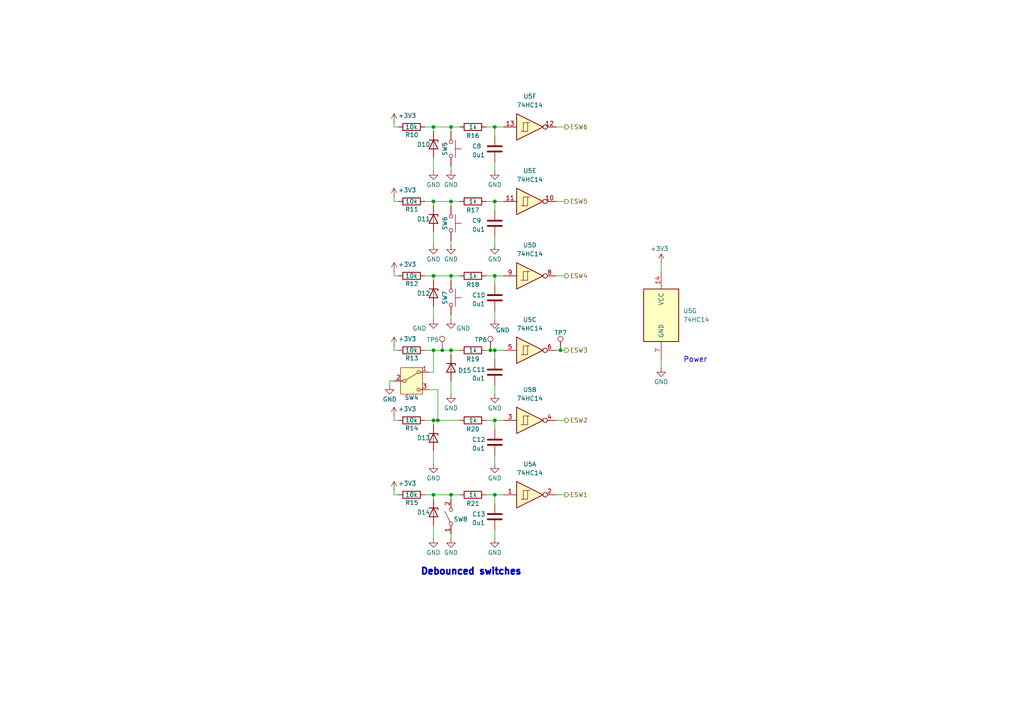
<source format=kicad_sch>
(kicad_sch (version 20250114) (generator "eeschema") (generator_version "9.0")
  (paper "A4")
  (title_block (title "Carte IHM CDF 1") (date "2025-11-24") (rev "01") (company "Valrobotik"))
  (lib_symbols
    (symbol "74xx:74HC14" (pin_names (offset 1.016))
      (property "Reference" "U" (at 0 1.27 0))
      (property "Value" "74HC14" (at 0 -1.27 0))
      (symbol "74HC14_1_0"
        (polyline (pts (xy -3.81 3.81) (xy -3.81 -3.81) (xy 3.81 0) (xy -3.81 3.81)) (stroke (width 0.254)) (fill (type background)))
        (pin input line (at -7.62 0 0) (length 3.81) (name "~") (number "1"))
        (pin output inverted (at 7.62 0 180) (length 3.81) (name "~") (number "2"))
      )
      (symbol "74HC14_1_1"
        (polyline (pts (xy -2.54 -1.27) (xy -0.635 -1.27) (xy -0.635 1.27) (xy 0 1.27)))
        (polyline (pts (xy -1.905 -1.27) (xy -1.905 1.27) (xy -0.635 1.27)))
      )
      (symbol "74HC14_2_0"
        (polyline (pts (xy -3.81 3.81) (xy -3.81 -3.81) (xy 3.81 0) (xy -3.81 3.81)) (stroke (width 0.254)) (fill (type background)))
        (pin input line (at -7.62 0 0) (length 3.81) (name "~") (number "3"))
        (pin output inverted (at 7.62 0 180) (length 3.81) (name "~") (number "4"))
      )
      (symbol "74HC14_2_1"
        (polyline (pts (xy -2.54 -1.27) (xy -0.635 -1.27) (xy -0.635 1.27) (xy 0 1.27)))
        (polyline (pts (xy -1.905 -1.27) (xy -1.905 1.27) (xy -0.635 1.27)))
      )
      (symbol "74HC14_3_0"
        (polyline (pts (xy -3.81 3.81) (xy -3.81 -3.81) (xy 3.81 0) (xy -3.81 3.81)) (stroke (width 0.254)) (fill (type background)))
        (pin input line (at -7.62 0 0) (length 3.81) (name "~") (number "5"))
        (pin output inverted (at 7.62 0 180) (length 3.81) (name "~") (number "6"))
      )
      (symbol "74HC14_3_1"
        (polyline (pts (xy -2.54 -1.27) (xy -0.635 -1.27) (xy -0.635 1.27) (xy 0 1.27)))
        (polyline (pts (xy -1.905 -1.27) (xy -1.905 1.27) (xy -0.635 1.27)))
      )
      (symbol "74HC14_4_0"
        (polyline (pts (xy -3.81 3.81) (xy -3.81 -3.81) (xy 3.81 0) (xy -3.81 3.81)) (stroke (width 0.254)) (fill (type background)))
        (pin input line (at -7.62 0 0) (length 3.81) (name "~") (number "9"))
        (pin output inverted (at 7.62 0 180) (length 3.81) (name "~") (number "8"))
      )
      (symbol "74HC14_4_1"
        (polyline (pts (xy -2.54 -1.27) (xy -0.635 -1.27) (xy -0.635 1.27) (xy 0 1.27)))
        (polyline (pts (xy -1.905 -1.27) (xy -1.905 1.27) (xy -0.635 1.27)))
      )
      (symbol "74HC14_5_0"
        (polyline (pts (xy -3.81 3.81) (xy -3.81 -3.81) (xy 3.81 0) (xy -3.81 3.81)) (stroke (width 0.254)) (fill (type background)))
        (pin input line (at -7.62 0 0) (length 3.81) (name "~") (number "11"))
        (pin output inverted (at 7.62 0 180) (length 3.81) (name "~") (number "10"))
      )
      (symbol "74HC14_5_1"
        (polyline (pts (xy -2.54 -1.27) (xy -0.635 -1.27) (xy -0.635 1.27) (xy 0 1.27)))
        (polyline (pts (xy -1.905 -1.27) (xy -1.905 1.27) (xy -0.635 1.27)))
      )
      (symbol "74HC14_6_0"
        (polyline (pts (xy -3.81 3.81) (xy -3.81 -3.81) (xy 3.81 0) (xy -3.81 3.81)) (stroke (width 0.254)) (fill (type background)))
        (pin input line (at -7.62 0 0) (length 3.81) (name "~") (number "13"))
        (pin output inverted (at 7.62 0 180) (length 3.81) (name "~") (number "12"))
      )
      (symbol "74HC14_6_1"
        (polyline (pts (xy -2.54 -1.27) (xy -0.635 -1.27) (xy -0.635 1.27) (xy 0 1.27)))
        (polyline (pts (xy -1.905 -1.27) (xy -1.905 1.27) (xy -0.635 1.27)))
      )
      (symbol "74HC14_7_0"
        (pin power_in line (at 0 12.7 270) (length 5.08) (name "VCC") (number "14"))
        (pin power_in line (at 0 -12.7 90) (length 5.08) (name "GND") (number "7"))
      )
      (symbol "74HC14_7_1"
        (rectangle (start -5.08 7.62) (end 5.08 -7.62) (stroke (width 0.254)) (fill (type background)))
      )
    )
    (symbol "Connector:TestPoint" (pin_numbers (hide yes)) (pin_names (offset 0.762) (hide yes))
      (property "Reference" "TP" (at 0 6.858 0))
      (property "Value" "TestPoint" (at 0 5.08 0))
      (symbol "TestPoint_0_1"
        (circle (center 0 3.302) (radius 0.762))
      )
      (symbol "TestPoint_1_1"
        (pin passive line (at 0 0 90) (length 2.54) (name "1") (number "1"))
      )
    )
    (symbol "Device:C" (pin_numbers (hide yes)) (pin_names (offset 0.254))
      (property "Reference" "C" (at 0.635 2.54 0))
      (property "Value" "C" (at 0.635 -2.54 0))
      (symbol "C_0_1"
        (polyline (pts (xy -2.032 0.762) (xy 2.032 0.762)) (stroke (width 0.508)))
        (polyline (pts (xy -2.032 -0.762) (xy 2.032 -0.762)) (stroke (width 0.508)))
      )
      (symbol "C_1_1"
        (pin passive line (at 0 3.81 270) (length 2.794) (name "~") (number "1"))
        (pin passive line (at 0 -3.81 90) (length 2.794) (name "~") (number "2"))
      )
    )
    (symbol "Device:R" (pin_numbers (hide yes)) (pin_names (offset 0))
      (property "Reference" "R" (at 2.032 0 90))
      (property "Value" "R" (at 0 0 90))
      (symbol "R_0_1"
        (rectangle (start -1.016 -2.54) (end 1.016 2.54) (stroke (width 0.254)))
      )
      (symbol "R_1_1"
        (pin passive line (at 0 3.81 270) (length 1.27) (name "~") (number "1"))
        (pin passive line (at 0 -3.81 90) (length 1.27) (name "~") (number "2"))
      )
    )
    (symbol "Pers:H5VU10U" (pin_numbers (hide yes)) (pin_names (hide yes))
      (property "Reference" "D" (at 0 2.54 0))
      (property "Value" "H5VU10U" (at 0 -2.54 0))
      (symbol "H5VU10U_0_1"
        (polyline (pts (xy -1.27 -1.27) (xy -1.27 1.27) (xy -0.762 1.27)) (stroke (width 0.254)))
        (polyline (pts (xy 1.27 0) (xy -1.27 0)))
        (polyline (pts (xy 1.27 -1.27) (xy 1.27 1.27) (xy -1.27 0) (xy 1.27 -1.27)) (stroke (width 0.254)))
      )
      (symbol "H5VU10U_1_1"
        (pin passive line (at -3.81 0 0) (length 2.54) (name "K") (number "1"))
        (pin passive line (at 3.81 0 180) (length 2.54) (name "A") (number "2"))
      )
    )
    (symbol "Switch:SW_Push" (pin_numbers (hide yes)) (pin_names (offset 1.016) (hide yes))
      (property "Reference" "SW" (at 1.27 2.54 0))
      (property "Value" "SW_Push" (at 0 -1.524 0))
      (symbol "SW_Push_0_1"
        (circle (center -2.032 0) (radius 0.508))
        (polyline (pts (xy 0 1.27) (xy 0 3.048)))
        (circle (center 2.032 0) (radius 0.508))
        (polyline (pts (xy 2.54 1.27) (xy -2.54 1.27)))
        (pin passive line (at -5.08 0 0) (length 2.54) (name "1") (number "1"))
        (pin passive line (at 5.08 0 180) (length 2.54) (name "2") (number "2"))
      )
    )
    (symbol "Switch:SW_SPDT" (pin_names (offset 0) (hide yes))
      (property "Reference" "SW" (at 0 5.08 0))
      (property "Value" "SW_SPDT" (at 0 -5.08 0))
      (symbol "SW_SPDT_0_1"
        (circle (center -2.032 0) (radius 0.4572))
        (polyline (pts (xy -1.651 0.254) (xy 1.651 2.286)))
        (circle (center 2.032 2.54) (radius 0.4572))
        (circle (center 2.032 -2.54) (radius 0.4572))
      )
      (symbol "SW_SPDT_1_1"
        (rectangle (start -3.175 3.81) (end 3.175 -3.81) (fill (type background)))
        (pin passive line (at -5.08 0 0) (length 2.54) (name "B") (number "2"))
        (pin passive line (at 5.08 2.54 180) (length 2.54) (name "A") (number "1"))
        (pin passive line (at 5.08 -2.54 180) (length 2.54) (name "C") (number "3"))
      )
    )
    (symbol "Switch:SW_SPST" (pin_names (offset 0) (hide yes))
      (property "Reference" "SW" (at 0 3.175 0))
      (property "Value" "SW_SPST" (at 0 -2.54 0))
      (symbol "SW_SPST_0_0"
        (circle (center -2.032 0) (radius 0.508))
        (polyline (pts (xy -1.524 0.254) (xy 1.524 1.778)))
        (circle (center 2.032 0) (radius 0.508))
      )
      (symbol "SW_SPST_1_1"
        (pin passive line (at -5.08 0 0) (length 2.54) (name "A") (number "1"))
        (pin passive line (at 5.08 0 180) (length 2.54) (name "B") (number "2"))
      )
    )
    (symbol "power:+3V3" (power) (pin_numbers (hide yes)) (pin_names (offset 0) (hide yes))
      (property "Value" "+3V3" (at 0 3.556 0))
      (symbol "+3V3_0_1"
        (polyline (pts (xy -0.762 1.27) (xy 0 2.54)))
        (polyline (pts (xy 0 2.54) (xy 0.762 1.27)))
        (polyline (pts (xy 0 0) (xy 0 2.54)))
      )
      (symbol "+3V3_1_1"
        (pin power_in line (at 0 0 90) (length 0) (name "~") (number "1"))
      )
    )
    (symbol "power:GND" (power) (pin_numbers (hide yes)) (pin_names (offset 0) (hide yes))
      (property "Value" "GND" (at 0 -3.81 0))
      (symbol "GND_0_1"
        (polyline (pts (xy 0 0) (xy 0 -1.27) (xy 1.27 -1.27) (xy 0 -2.54) (xy -1.27 -1.27) (xy 0 -1.27)))
      )
      (symbol "GND_1_1"
        (pin power_in line (at 0 0 270) (length 0) (name "~") (number "1"))
      )
    )
  )
  (text "Debounced switches" (at 136.652 165.862 0) (effects (font (size 1.905 1.905) (thickness 0.508) (bold yes))))
  (text "Power" (at 201.676 104.394 0) (effects (font (size 1.524 1.524) (thickness 0.1905))))
  (junction (at 128.27 101.6))
  (junction (at 162.56 101.6))
  (junction (at 125.73 143.51))
  (junction (at 130.81 80.01))
  (junction (at 130.81 101.6))
  (junction (at 143.51 80.01))
  (junction (at 130.81 58.42))
  (junction (at 143.51 101.6))
  (junction (at 130.81 36.83))
  (junction (at 125.73 121.92))
  (junction (at 143.51 36.83))
  (junction (at 125.73 58.42))
  (junction (at 125.73 36.83))
  (junction (at 130.81 143.51))
  (junction (at 142.24 101.6))
  (junction (at 125.73 101.6))
  (junction (at 143.51 143.51))
  (junction (at 127 121.92))
  (junction (at 143.51 58.42))
  (junction (at 125.73 80.01))
  (junction (at 143.51 121.92))
  (wire (pts (xy 133.35 80.01) (xy 130.81 80.01)))
  (wire (pts (xy 140.97 58.42) (xy 143.51 58.42)))
  (wire (pts (xy 125.73 58.42) (xy 125.73 59.69)))
  (wire (pts (xy 114.3 80.01) (xy 115.57 80.01)))
  (wire (pts (xy 130.81 154.94) (xy 130.81 156.21)))
  (wire (pts (xy 143.51 143.51) (xy 146.05 143.51)))
  (wire (pts (xy 123.19 121.92) (xy 125.73 121.92)))
  (wire (pts (xy 163.83 80.01) (xy 161.29 80.01)))
  (wire (pts (xy 162.56 101.6) (xy 161.29 101.6)))
  (wire (pts (xy 143.51 80.01) (xy 146.05 80.01)))
  (wire (pts (xy 123.19 101.6) (xy 125.73 101.6)))
  (wire (pts (xy 114.3 143.51) (xy 115.57 143.51)))
  (wire (pts (xy 140.97 143.51) (xy 143.51 143.51)))
  (wire (pts (xy 140.97 80.01) (xy 143.51 80.01)))
  (wire (pts (xy 130.81 101.6) (xy 133.35 101.6)))
  (wire (pts (xy 127 121.92) (xy 133.35 121.92)))
  (wire (pts (xy 113.03 111.76) (xy 113.03 110.49)))
  (wire (pts (xy 114.3 142.24) (xy 114.3 143.51)))
  (wire (pts (xy 143.51 101.6) (xy 143.51 104.14)))
  (wire (pts (xy 125.73 152.4) (xy 125.73 156.21)))
  (wire (pts (xy 163.83 143.51) (xy 161.29 143.51)))
  (wire (pts (xy 133.35 36.83) (xy 130.81 36.83)))
  (wire (pts (xy 142.24 101.6) (xy 143.51 101.6)))
  (wire (pts (xy 143.51 121.92) (xy 146.05 121.92)))
  (wire (pts (xy 163.83 58.42) (xy 161.29 58.42)))
  (wire (pts (xy 130.81 48.26) (xy 130.81 49.53)))
  (wire (pts (xy 125.73 80.01) (xy 125.73 81.28)))
  (wire (pts (xy 125.73 143.51) (xy 125.73 144.78)))
  (wire (pts (xy 130.81 143.51) (xy 130.81 144.78)))
  (wire (pts (xy 113.03 110.49) (xy 114.3 110.49)))
  (wire (pts (xy 143.51 36.83) (xy 143.51 39.37)))
  (wire (pts (xy 114.3 57.15) (xy 114.3 58.42)))
  (wire (pts (xy 143.51 143.51) (xy 143.51 146.05)))
  (wire (pts (xy 143.51 101.6) (xy 146.05 101.6)))
  (wire (pts (xy 125.73 67.31) (xy 125.73 71.12)))
  (wire (pts (xy 125.73 58.42) (xy 130.81 58.42)))
  (wire (pts (xy 133.35 58.42) (xy 130.81 58.42)))
  (wire (pts (xy 125.73 80.01) (xy 130.81 80.01)))
  (wire (pts (xy 125.73 88.9) (xy 125.73 92.71)))
  (wire (pts (xy 114.3 35.56) (xy 114.3 36.83)))
  (wire (pts (xy 114.3 78.74) (xy 114.3 80.01)))
  (wire (pts (xy 123.19 80.01) (xy 125.73 80.01)))
  (wire (pts (xy 140.97 36.83) (xy 143.51 36.83)))
  (wire (pts (xy 143.51 46.99) (xy 143.51 49.53)))
  (wire (pts (xy 125.73 107.95) (xy 125.73 101.6)))
  (wire (pts (xy 114.3 121.92) (xy 115.57 121.92)))
  (wire (pts (xy 114.3 100.33) (xy 114.3 101.6)))
  (wire (pts (xy 143.51 153.67) (xy 143.51 156.21)))
  (wire (pts (xy 143.51 36.83) (xy 146.05 36.83)))
  (wire (pts (xy 143.51 68.58) (xy 143.51 71.12)))
  (wire (pts (xy 125.73 121.92) (xy 125.73 123.19)))
  (wire (pts (xy 143.51 58.42) (xy 146.05 58.42)))
  (wire (pts (xy 163.83 121.92) (xy 161.29 121.92)))
  (wire (pts (xy 114.3 101.6) (xy 115.57 101.6)))
  (wire (pts (xy 130.81 80.01) (xy 130.81 81.28)))
  (wire (pts (xy 125.73 36.83) (xy 125.73 38.1)))
  (wire (pts (xy 163.83 101.6) (xy 162.56 101.6)))
  (wire (pts (xy 130.81 58.42) (xy 130.81 59.69)))
  (wire (pts (xy 130.81 69.85) (xy 130.81 71.12)))
  (wire (pts (xy 123.19 58.42) (xy 125.73 58.42)))
  (wire (pts (xy 140.97 121.92) (xy 143.51 121.92)))
  (wire (pts (xy 125.73 121.92) (xy 127 121.92)))
  (wire (pts (xy 114.3 120.65) (xy 114.3 121.92)))
  (wire (pts (xy 123.19 36.83) (xy 125.73 36.83)))
  (wire (pts (xy 125.73 130.81) (xy 125.73 134.62)))
  (wire (pts (xy 125.73 101.6) (xy 128.27 101.6)))
  (wire (pts (xy 125.73 36.83) (xy 130.81 36.83)))
  (wire (pts (xy 125.73 45.72) (xy 125.73 49.53)))
  (wire (pts (xy 191.77 104.14) (xy 191.77 106.68)))
  (wire (pts (xy 143.51 121.92) (xy 143.51 124.46)))
  (wire (pts (xy 130.81 91.44) (xy 130.81 92.71)))
  (wire (pts (xy 127 113.03) (xy 127 121.92)))
  (wire (pts (xy 163.83 36.83) (xy 161.29 36.83)))
  (wire (pts (xy 123.19 143.51) (xy 125.73 143.51)))
  (wire (pts (xy 143.51 132.08) (xy 143.51 134.62)))
  (wire (pts (xy 130.81 36.83) (xy 130.81 38.1)))
  (wire (pts (xy 114.3 58.42) (xy 115.57 58.42)))
  (wire (pts (xy 143.51 90.17) (xy 143.51 92.71)))
  (wire (pts (xy 114.3 36.83) (xy 115.57 36.83)))
  (wire (pts (xy 130.81 110.49) (xy 130.81 114.3)))
  (wire (pts (xy 124.46 113.03) (xy 127 113.03)))
  (wire (pts (xy 143.51 58.42) (xy 143.51 60.96)))
  (wire (pts (xy 124.46 107.95) (xy 125.73 107.95)))
  (wire (pts (xy 125.73 143.51) (xy 130.81 143.51)))
  (wire (pts (xy 191.77 76.2) (xy 191.77 78.74)))
  (wire (pts (xy 143.51 80.01) (xy 143.51 82.55)))
  (wire (pts (xy 128.27 101.6) (xy 130.81 101.6)))
  (wire (pts (xy 143.51 111.76) (xy 143.51 114.3)))
  (wire (pts (xy 140.97 101.6) (xy 142.24 101.6)))
  (wire (pts (xy 130.81 101.6) (xy 130.81 102.87)))
  (wire (pts (xy 133.35 143.51) (xy 130.81 143.51)))
  (hierarchical_label "ESW4" (shape output) (at 163.83 80.01 0))
  (hierarchical_label "ESW3" (shape output) (at 163.83 101.6 0))
  (hierarchical_label "ESW2" (shape output) (at 163.83 121.92 0))
  (hierarchical_label "ESW6" (shape output) (at 163.83 36.83 0))
  (hierarchical_label "ESW1" (shape output) (at 163.83 143.51 0))
  (hierarchical_label "ESW5" (shape output) (at 163.83 58.42 0))
  (symbol (lib_id "power:GND") (at 143.51 134.62 0) (unit 1)
    (property "Reference" "#PWR056" (effects (hide yes)))
    (property "Value" "GND" (at 143.51 138.684 0))
    (property "Description" "Power symbol creates a global label with name \"GND\" , ground" (effects (hide yes)))
  )
  (symbol (lib_id "power:GND") (at 143.51 71.12 0) (unit 1)
    (property "Reference" "#PWR053" (effects (hide yes)))
    (property "Value" "GND" (at 143.51 75.184 0))
    (property "Description" "Power symbol creates a global label with name \"GND\" , ground" (effects (hide yes)))
  )
  (symbol (lib_id "power:GND") (at 143.51 156.21 0) (unit 1)
    (property "Reference" "#PWR057" (effects (hide yes)))
    (property "Value" "GND" (at 143.51 160.274 0))
    (property "Description" "Power symbol creates a global label with name \"GND\" , ground" (effects (hide yes)))
  )
  (symbol (lib_id "power:+3V3") (at 114.3 142.24 0) (unit 1)
    (property "Reference" "#PWR041" (effects (hide yes)))
    (property "Value" "+3V3" (at 118.11 140.208 0))
    (property "Description" "Power symbol creates a global label with name \"+3V3\"" (effects (hide yes)))
  )
  (symbol (lib_id "Switch:SW_Push") (at 130.81 86.36 270) (mirror x) (unit 1) (in_bom no)
    (property "Reference" "SW7" (at 129.032 86.36 0))
    (property "Value" "SW_Push" (effects (hide yes)))
    (property "Footprint" "Button_Switch_THT:SW_PUSH_6mm_H7.3mm" (effects (hide yes)))
    (property "Description" "Push button switch, generic, two pins" (effects (hide yes)))
  )
  (symbol (lib_id "Pers:H5VU10U") (at 125.73 85.09 270) (unit 1)
    (property "Reference" "D12" (at 120.904 85.09 90) (effects (justify left)))
    (property "Value" "H5VU10U" (effects (hide yes)))
    (property "Footprint" "Pers:Diode_DFN1006" (effects (hide yes)))
    (property "Datasheet" "https://datasheet.lcsc.com/lcsc/2504101957_hongjiacheng-H5VU10U_C22395519.pdf" (effects (hide yes)))
    (property "Description" "-55℃~+155℃ 0.8pF 16V 200nA 55W@8/20us 5A@8/20us 5V 6V ESD IEC 61000-4-2 Unidirectional DFN1006-2L ESD and Surge Protection (TVS/ESD) ROHS" (effects (hide yes)))
    (property "Basic" "E" (effects (hide yes)))
    (property "JLCPCB Part #" "C22395519" (effects (hide yes)))
    (property "Manufacturer" "hongjiacheng" (effects (hide yes)))
    (property "Manufacturer Part Number" "H5VU10U" (effects (hide yes)))
  )
  (symbol (lib_id "Connector:TestPoint") (at 142.24 101.6 0) (unit 1) (in_bom no)
    (property "Reference" "TP6" (at 137.668 98.552 0) (effects (justify left)))
    (property "Value" "TestPoint" (effects (hide yes)))
    (property "Footprint" "TestPoint:TestPoint_Pad_D2.0mm" (effects (hide yes)))
    (property "Description" "test point" (effects (hide yes)))
  )
  (symbol (lib_id "power:GND") (at 125.73 134.62 0) (unit 1)
    (property "Reference" "#PWR045" (effects (hide yes)))
    (property "Value" "GND" (at 125.73 138.684 0))
    (property "Description" "Power symbol creates a global label with name \"GND\" , ground" (effects (hide yes)))
  )
  (symbol (lib_id "Device:R") (at 119.38 58.42 270) (unit 1)
    (property "Reference" "R11" (at 121.412 60.706 90) (effects (justify right)))
    (property "Value" "10k" (at 121.158 58.42 90) (effects (justify right)))
    (property "Footprint" "Resistor_SMD:R_0402_1005Metric" (effects (hide yes)))
    (property "Description" "Resistor" (effects (hide yes)))
    (property "Basic" "Y" (effects (hide yes)))
    (property "JLCPCB Part #" "C25744" (effects (hide yes)))
    (property "Manufacturer" "Uniroyal Elec" (effects (hide yes)))
    (property "Manufacturer Part Number" "0402WGF1002TCE" (effects (hide yes)))
  )
  (symbol (lib_id "Device:R") (at 119.38 143.51 270) (unit 1)
    (property "Reference" "R15" (at 121.412 145.796 90) (effects (justify right)))
    (property "Value" "10k" (at 121.158 143.51 90) (effects (justify right)))
    (property "Footprint" "Resistor_SMD:R_0402_1005Metric" (effects (hide yes)))
    (property "Description" "Resistor" (effects (hide yes)))
    (property "Basic" "Y" (effects (hide yes)))
    (property "JLCPCB Part #" "C25744" (effects (hide yes)))
    (property "Manufacturer" "Uniroyal Elec" (effects (hide yes)))
    (property "Manufacturer Part Number" "0402WGF1002TCE" (effects (hide yes)))
  )
  (symbol (lib_id "power:+3V3") (at 114.3 120.65 0) (unit 1)
    (property "Reference" "#PWR040" (effects (hide yes)))
    (property "Value" "+3V3" (at 118.11 118.618 0))
    (property "Description" "Power symbol creates a global label with name \"+3V3\"" (effects (hide yes)))
  )
  (symbol (lib_id "Device:R") (at 137.16 121.92 90) (unit 1)
    (property "Reference" "R20" (at 137.16 124.46 90))
    (property "Value" "1k" (at 137.16 121.92 90))
    (property "Footprint" "Resistor_SMD:R_0402_1005Metric" (effects (hide yes)))
    (property "Description" "Resistor" (effects (hide yes)))
    (property "Basic" "Y" (effects (hide yes)))
    (property "JLCPCB Part #" "C11702" (effects (hide yes)))
    (property "Manufacturer" "Uniroyal Elec" (effects (hide yes)))
    (property "Manufacturer Part Number" "0402WGF1001TCE" (effects (hide yes)))
  )
  (symbol (lib_id "Device:R") (at 137.16 101.6 90) (unit 1)
    (property "Reference" "R19" (at 137.16 104.14 90))
    (property "Value" "1k" (at 137.16 101.6 90))
    (property "Footprint" "Resistor_SMD:R_0402_1005Metric" (effects (hide yes)))
    (property "Description" "Resistor" (effects (hide yes)))
    (property "Basic" "Y" (effects (hide yes)))
    (property "JLCPCB Part #" "C11702" (effects (hide yes)))
    (property "Manufacturer" "Uniroyal Elec" (effects (hide yes)))
    (property "Manufacturer Part Number" "0402WGF1001TCE" (effects (hide yes)))
  )
  (symbol (lib_id "Device:C") (at 143.51 43.18 0) (unit 1)
    (property "Reference" "C8" (at 136.906 42.418 0) (effects (justify left)))
    (property "Value" "0u1" (at 136.906 44.958 0) (effects (justify left)))
    (property "Footprint" "Capacitor_SMD:C_0402_1005Metric" (effects (hide yes)))
    (property "Description" "Unpolarized capacitor" (effects (hide yes)))
    (property "Basic" "Y" (effects (hide yes)))
    (property "JLCPCB Part #" "C1525" (effects (hide yes)))
    (property "Manufacturer" "Samsung Electro-Mechanics " (effects (hide yes)))
    (property "Manufacturer Part Number" "CL05B104KO5NNNC" (effects (hide yes)))
  )
  (symbol (lib_id "Device:R") (at 119.38 121.92 270) (unit 1)
    (property "Reference" "R14" (at 121.412 124.206 90) (effects (justify right)))
    (property "Value" "10k" (at 121.158 121.92 90) (effects (justify right)))
    (property "Footprint" "Resistor_SMD:R_0402_1005Metric" (effects (hide yes)))
    (property "Description" "Resistor" (effects (hide yes)))
    (property "Basic" "Y" (effects (hide yes)))
    (property "JLCPCB Part #" "C25744" (effects (hide yes)))
    (property "Manufacturer" "Uniroyal Elec" (effects (hide yes)))
    (property "Manufacturer Part Number" "0402WGF1002TCE" (effects (hide yes)))
  )
  (symbol (lib_id "Pers:H5VU10U") (at 130.81 106.68 270) (unit 1)
    (property "Reference" "D15" (at 132.842 107.442 90) (effects (justify left)))
    (property "Value" "H5VU10U" (effects (hide yes)))
    (property "Footprint" "Pers:Diode_DFN1006" (effects (hide yes)))
    (property "Datasheet" "https://datasheet.lcsc.com/lcsc/2504101957_hongjiacheng-H5VU10U_C22395519.pdf" (effects (hide yes)))
    (property "Description" "-55℃~+155℃ 0.8pF 16V 200nA 55W@8/20us 5A@8/20us 5V 6V ESD IEC 61000-4-2 Unidirectional DFN1006-2L ESD and Surge Protection (TVS/ESD) ROHS" (effects (hide yes)))
    (property "Basic" "E" (effects (hide yes)))
    (property "JLCPCB Part #" "C22395519" (effects (hide yes)))
    (property "Manufacturer" "hongjiacheng" (effects (hide yes)))
    (property "Manufacturer Part Number" "H5VU10U" (effects (hide yes)))
  )
  (symbol (lib_id "Device:R") (at 119.38 36.83 270) (unit 1)
    (property "Reference" "R10" (at 121.412 39.116 90) (effects (justify right)))
    (property "Value" "10k" (at 121.158 36.83 90) (effects (justify right)))
    (property "Footprint" "Resistor_SMD:R_0402_1005Metric" (effects (hide yes)))
    (property "Description" "Resistor" (effects (hide yes)))
    (property "Basic" "Y" (effects (hide yes)))
    (property "JLCPCB Part #" "C25744" (effects (hide yes)))
    (property "Manufacturer" "Uniroyal Elec" (effects (hide yes)))
    (property "Manufacturer Part Number" "0402WGF1002TCE" (effects (hide yes)))
  )
  (symbol (lib_id "Switch:SW_Push") (at 130.81 43.18 270) (mirror x) (unit 1) (in_bom no)
    (property "Reference" "SW5" (at 129.032 43.18 0))
    (property "Value" "SW_Push" (effects (hide yes)))
    (property "Footprint" "Button_Switch_THT:SW_PUSH_6mm_H7.3mm" (effects (hide yes)))
    (property "Description" "Push button switch, generic, two pins" (effects (hide yes)))
  )
  (symbol (lib_id "power:GND") (at 125.73 92.71 0) (unit 1)
    (property "Reference" "#PWR044" (effects (hide yes)))
    (property "Value" "GND" (at 121.666 95.25 0))
    (property "Description" "Power symbol creates a global label with name \"GND\" , ground" (effects (hide yes)))
  )
  (symbol (lib_id "Connector:TestPoint") (at 162.56 101.6 0) (unit 1) (in_bom no)
    (property "Reference" "TP7" (at 160.782 96.52 0) (effects (justify left)))
    (property "Value" "TestPoint" (effects (hide yes)))
    (property "Footprint" "TestPoint:TestPoint_Pad_D2.0mm" (effects (hide yes)))
    (property "Description" "test point" (effects (hide yes)))
  )
  (symbol (lib_id "power:GND") (at 130.81 92.71 0) (unit 1)
    (property "Reference" "#PWR049" (effects (hide yes)))
    (property "Value" "GND" (at 134.366 95.25 0))
    (property "Description" "Power symbol creates a global label with name \"GND\" , ground" (effects (hide yes)))
  )
  (symbol (lib_id "Device:R") (at 137.16 80.01 90) (unit 1)
    (property "Reference" "R18" (at 137.16 82.55 90))
    (property "Value" "1k" (at 137.16 80.01 90))
    (property "Footprint" "Resistor_SMD:R_0402_1005Metric" (effects (hide yes)))
    (property "Description" "Resistor" (effects (hide yes)))
    (property "Basic" "Y" (effects (hide yes)))
    (property "JLCPCB Part #" "C11702" (effects (hide yes)))
    (property "Manufacturer" "Uniroyal Elec" (effects (hide yes)))
    (property "Manufacturer Part Number" "0402WGF1001TCE" (effects (hide yes)))
  )
  (symbol (lib_id "power:+3V3") (at 114.3 35.56 0) (unit 1)
    (property "Reference" "#PWR036" (effects (hide yes)))
    (property "Value" "+3V3" (at 118.11 33.528 0))
    (property "Description" "Power symbol creates a global label with name \"+3V3\"" (effects (hide yes)))
  )
  (symbol (lib_id "power:GND") (at 143.51 92.71 0) (unit 1)
    (property "Reference" "#PWR054" (effects (hide yes)))
    (property "Value" "GND" (at 145.796 95.758 0))
    (property "Description" "Power symbol creates a global label with name \"GND\" , ground" (effects (hide yes)))
  )
  (symbol (lib_id "Device:C") (at 143.51 107.95 0) (unit 1)
    (property "Reference" "C11" (at 136.906 107.188 0) (effects (justify left)))
    (property "Value" "0u1" (at 136.906 109.728 0) (effects (justify left)))
    (property "Footprint" "Capacitor_SMD:C_0402_1005Metric" (effects (hide yes)))
    (property "Description" "Unpolarized capacitor" (effects (hide yes)))
    (property "Basic" "Y" (effects (hide yes)))
    (property "JLCPCB Part #" "C1525" (effects (hide yes)))
    (property "Manufacturer" "Samsung Electro-Mechanics " (effects (hide yes)))
    (property "Manufacturer Part Number" "CL05B104KO5NNNC" (effects (hide yes)))
  )
  (symbol (lib_id "74xx:74HC14") (at 153.67 143.51 0) (unit 1)
    (property "Reference" "U5" (at 153.67 134.62 0))
    (property "Value" "74HC14" (at 153.67 137.16 0))
    (property "Footprint" "Package_SO:SOIC-14_3.9x8.7mm_P1.27mm" (effects (hide yes)))
    (property "Datasheet" "http://www.ti.com/lit/gpn/sn74HC14" (effects (hide yes)))
    (property "Description" "Hex inverter schmitt trigger" (effects (hide yes)))
    (property "Basic" "Y" (effects (hide yes)))
    (property "JLCPCB Part #" "C5605" (effects (hide yes)))
    (property "Manufacturer" "Nexperia" (effects (hide yes)))
    (property "Manufacturer Part Number" "74HC14D,653" (effects (hide yes)))
  )
  (symbol (lib_id "power:GND") (at 113.03 111.76 0) (unit 1)
    (property "Reference" "#PWR035" (effects (hide yes)))
    (property "Value" "GND" (at 113.03 115.824 0))
    (property "Description" "Power symbol creates a global label with name \"GND\" , ground" (effects (hide yes)))
  )
  (symbol (lib_id "74xx:74HC14") (at 191.77 91.44 0) (unit 7)
    (property "Reference" "U5" (at 198.12 90.1699 0) (effects (justify left)))
    (property "Value" "74HC14" (at 198.12 92.7099 0) (effects (justify left)))
    (property "Footprint" "Package_SO:SOIC-14_3.9x8.7mm_P1.27mm" (effects (hide yes)))
    (property "Datasheet" "http://www.ti.com/lit/gpn/sn74HC14" (effects (hide yes)))
    (property "Description" "Hex inverter schmitt trigger" (effects (hide yes)))
    (property "Basic" "Y" (effects (hide yes)))
    (property "JLCPCB Part #" "C5605" (effects (hide yes)))
    (property "Manufacturer" "Nexperia" (effects (hide yes)))
    (property "Manufacturer Part Number" "74HC14D,653" (effects (hide yes)))
  )
  (symbol (lib_id "power:GND") (at 143.51 49.53 0) (unit 1)
    (property "Reference" "#PWR052" (effects (hide yes)))
    (property "Value" "GND" (at 143.51 53.594 0))
    (property "Description" "Power symbol creates a global label with name \"GND\" , ground" (effects (hide yes)))
  )
  (symbol (lib_id "Pers:H5VU10U") (at 125.73 127 270) (unit 1)
    (property "Reference" "D13" (at 120.904 127 90) (effects (justify left)))
    (property "Value" "H5VU10U" (effects (hide yes)))
    (property "Footprint" "Pers:Diode_DFN1006" (effects (hide yes)))
    (property "Datasheet" "https://datasheet.lcsc.com/lcsc/2504101957_hongjiacheng-H5VU10U_C22395519.pdf" (effects (hide yes)))
    (property "Description" "-55℃~+155℃ 0.8pF 16V 200nA 55W@8/20us 5A@8/20us 5V 6V ESD IEC 61000-4-2 Unidirectional DFN1006-2L ESD and Surge Protection (TVS/ESD) ROHS" (effects (hide yes)))
    (property "Basic" "E" (effects (hide yes)))
    (property "JLCPCB Part #" "C22395519" (effects (hide yes)))
    (property "Manufacturer" "hongjiacheng" (effects (hide yes)))
    (property "Manufacturer Part Number" "H5VU10U" (effects (hide yes)))
  )
  (symbol (lib_id "74xx:74HC14") (at 153.67 36.83 0) (unit 6)
    (property "Reference" "U5" (at 153.67 27.94 0))
    (property "Value" "74HC14" (at 153.67 30.48 0))
    (property "Footprint" "Package_SO:SOIC-14_3.9x8.7mm_P1.27mm" (effects (hide yes)))
    (property "Datasheet" "http://www.ti.com/lit/gpn/sn74HC14" (effects (hide yes)))
    (property "Description" "Hex inverter schmitt trigger" (effects (hide yes)))
    (property "Basic" "Y" (effects (hide yes)))
    (property "JLCPCB Part #" "C5605" (effects (hide yes)))
    (property "Manufacturer" "Nexperia" (effects (hide yes)))
    (property "Manufacturer Part Number" "74HC14D,653" (effects (hide yes)))
  )
  (symbol (lib_id "74xx:74HC14") (at 153.67 80.01 0) (unit 4)
    (property "Reference" "U5" (at 153.67 71.12 0))
    (property "Value" "74HC14" (at 153.67 73.66 0))
    (property "Footprint" "Package_SO:SOIC-14_3.9x8.7mm_P1.27mm" (effects (hide yes)))
    (property "Datasheet" "http://www.ti.com/lit/gpn/sn74HC14" (effects (hide yes)))
    (property "Description" "Hex inverter schmitt trigger" (effects (hide yes)))
    (property "Basic" "Y" (effects (hide yes)))
    (property "JLCPCB Part #" "C5605" (effects (hide yes)))
    (property "Manufacturer" "Nexperia" (effects (hide yes)))
    (property "Manufacturer Part Number" "74HC14D,653" (effects (hide yes)))
  )
  (symbol (lib_id "Device:R") (at 119.38 101.6 270) (unit 1)
    (property "Reference" "R13" (at 121.412 103.886 90) (effects (justify right)))
    (property "Value" "10k" (at 121.158 101.6 90) (effects (justify right)))
    (property "Footprint" "Resistor_SMD:R_0402_1005Metric" (effects (hide yes)))
    (property "Description" "Resistor" (effects (hide yes)))
    (property "Basic" "Y" (effects (hide yes)))
    (property "JLCPCB Part #" "C25744" (effects (hide yes)))
    (property "Manufacturer" "Uniroyal Elec" (effects (hide yes)))
    (property "Manufacturer Part Number" "0402WGF1002TCE" (effects (hide yes)))
  )
  (symbol (lib_id "74xx:74HC14") (at 153.67 101.6 0) (unit 3)
    (property "Reference" "U5" (at 153.67 92.71 0))
    (property "Value" "74HC14" (at 153.67 95.25 0))
    (property "Footprint" "Package_SO:SOIC-14_3.9x8.7mm_P1.27mm" (effects (hide yes)))
    (property "Datasheet" "http://www.ti.com/lit/gpn/sn74HC14" (effects (hide yes)))
    (property "Description" "Hex inverter schmitt trigger" (effects (hide yes)))
    (property "Basic" "Y" (effects (hide yes)))
    (property "JLCPCB Part #" "C5605" (effects (hide yes)))
    (property "Manufacturer" "Nexperia" (effects (hide yes)))
    (property "Manufacturer Part Number" "74HC14D,653" (effects (hide yes)))
  )
  (symbol (lib_id "Device:C") (at 143.51 86.36 0) (unit 1)
    (property "Reference" "C10" (at 136.906 85.598 0) (effects (justify left)))
    (property "Value" "0u1" (at 136.906 88.138 0) (effects (justify left)))
    (property "Footprint" "Capacitor_SMD:C_0402_1005Metric" (effects (hide yes)))
    (property "Description" "Unpolarized capacitor" (effects (hide yes)))
    (property "Basic" "Y" (effects (hide yes)))
    (property "JLCPCB Part #" "C1525" (effects (hide yes)))
    (property "Manufacturer" "Samsung Electro-Mechanics " (effects (hide yes)))
    (property "Manufacturer Part Number" "CL05B104KO5NNNC" (effects (hide yes)))
  )
  (symbol (lib_id "power:GND") (at 125.73 156.21 0) (unit 1)
    (property "Reference" "#PWR046" (effects (hide yes)))
    (property "Value" "GND" (at 125.73 160.274 0))
    (property "Description" "Power symbol creates a global label with name \"GND\" , ground" (effects (hide yes)))
  )
  (symbol (lib_id "power:GND") (at 130.81 114.3 0) (unit 1)
    (property "Reference" "#PWR050" (effects (hide yes)))
    (property "Value" "GND" (at 130.81 118.364 0))
    (property "Description" "Power symbol creates a global label with name \"GND\" , ground" (effects (hide yes)))
  )
  (symbol (lib_id "Device:C") (at 143.51 64.77 0) (unit 1)
    (property "Reference" "C9" (at 136.906 64.008 0) (effects (justify left)))
    (property "Value" "0u1" (at 136.906 66.548 0) (effects (justify left)))
    (property "Footprint" "Capacitor_SMD:C_0402_1005Metric" (effects (hide yes)))
    (property "Description" "Unpolarized capacitor" (effects (hide yes)))
    (property "Basic" "Y" (effects (hide yes)))
    (property "JLCPCB Part #" "C1525" (effects (hide yes)))
    (property "Manufacturer" "Samsung Electro-Mechanics " (effects (hide yes)))
    (property "Manufacturer Part Number" "CL05B104KO5NNNC" (effects (hide yes)))
  )
  (symbol (lib_id "Device:C") (at 143.51 128.27 0) (unit 1)
    (property "Reference" "C12" (at 136.906 127.508 0) (effects (justify left)))
    (property "Value" "0u1" (at 136.906 130.048 0) (effects (justify left)))
    (property "Footprint" "Capacitor_SMD:C_0402_1005Metric" (effects (hide yes)))
    (property "Description" "Unpolarized capacitor" (effects (hide yes)))
    (property "Basic" "Y" (effects (hide yes)))
    (property "JLCPCB Part #" "C1525" (effects (hide yes)))
    (property "Manufacturer" "Samsung Electro-Mechanics " (effects (hide yes)))
    (property "Manufacturer Part Number" "CL05B104KO5NNNC" (effects (hide yes)))
  )
  (symbol (lib_id "power:GND") (at 125.73 71.12 0) (unit 1)
    (property "Reference" "#PWR043" (effects (hide yes)))
    (property "Value" "GND" (at 125.73 75.184 0))
    (property "Description" "Power symbol creates a global label with name \"GND\" , ground" (effects (hide yes)))
  )
  (symbol (lib_id "74xx:74HC14") (at 153.67 58.42 0) (unit 5)
    (property "Reference" "U5" (at 153.67 49.53 0))
    (property "Value" "74HC14" (at 153.67 52.07 0))
    (property "Footprint" "Package_SO:SOIC-14_3.9x8.7mm_P1.27mm" (effects (hide yes)))
    (property "Datasheet" "http://www.ti.com/lit/gpn/sn74HC14" (effects (hide yes)))
    (property "Description" "Hex inverter schmitt trigger" (effects (hide yes)))
    (property "Basic" "Y" (effects (hide yes)))
    (property "JLCPCB Part #" "C5605" (effects (hide yes)))
    (property "Manufacturer" "Nexperia" (effects (hide yes)))
    (property "Manufacturer Part Number" "74HC14D,653" (effects (hide yes)))
  )
  (symbol (lib_id "power:GND") (at 130.81 49.53 0) (unit 1)
    (property "Reference" "#PWR047" (effects (hide yes)))
    (property "Value" "GND" (at 130.81 53.594 0))
    (property "Description" "Power symbol creates a global label with name \"GND\" , ground" (effects (hide yes)))
  )
  (symbol (lib_id "power:GND") (at 191.77 106.68 0) (unit 1)
    (property "Reference" "#PWR059" (effects (hide yes)))
    (property "Value" "GND" (at 191.77 110.744 0))
    (property "Description" "Power symbol creates a global label with name \"GND\" , ground" (effects (hide yes)))
  )
  (symbol (lib_id "power:GND") (at 143.51 114.3 0) (unit 1)
    (property "Reference" "#PWR055" (effects (hide yes)))
    (property "Value" "GND" (at 143.51 118.364 0))
    (property "Description" "Power symbol creates a global label with name \"GND\" , ground" (effects (hide yes)))
  )
  (symbol (lib_id "Connector:TestPoint") (at 128.27 101.6 0) (unit 1) (in_bom no)
    (property "Reference" "TP5" (at 123.698 98.552 0) (effects (justify left)))
    (property "Value" "TestPoint" (effects (hide yes)))
    (property "Footprint" "TestPoint:TestPoint_Pad_D2.0mm" (effects (hide yes)))
    (property "Description" "test point" (effects (hide yes)))
  )
  (symbol (lib_id "power:GND") (at 130.81 71.12 0) (unit 1)
    (property "Reference" "#PWR048" (effects (hide yes)))
    (property "Value" "GND" (at 130.81 75.184 0))
    (property "Description" "Power symbol creates a global label with name \"GND\" , ground" (effects (hide yes)))
  )
  (symbol (lib_id "power:GND") (at 130.81 156.21 0) (unit 1)
    (property "Reference" "#PWR051" (effects (hide yes)))
    (property "Value" "GND" (at 130.81 160.274 0))
    (property "Description" "Power symbol creates a global label with name \"GND\" , ground" (effects (hide yes)))
  )
  (symbol (lib_id "power:+3V3") (at 114.3 100.33 0) (unit 1)
    (property "Reference" "#PWR039" (effects (hide yes)))
    (property "Value" "+3V3" (at 118.11 98.298 0))
    (property "Description" "Power symbol creates a global label with name \"+3V3\"" (effects (hide yes)))
  )
  (symbol (lib_id "Device:R") (at 137.16 58.42 90) (unit 1)
    (property "Reference" "R17" (at 137.16 60.96 90))
    (property "Value" "1k" (at 137.16 58.42 90))
    (property "Footprint" "Resistor_SMD:R_0402_1005Metric" (effects (hide yes)))
    (property "Description" "Resistor" (effects (hide yes)))
    (property "Basic" "Y" (effects (hide yes)))
    (property "JLCPCB Part #" "C11702" (effects (hide yes)))
    (property "Manufacturer" "Uniroyal Elec" (effects (hide yes)))
    (property "Manufacturer Part Number" "0402WGF1001TCE" (effects (hide yes)))
  )
  (symbol (lib_id "power:+3V3") (at 114.3 57.15 0) (unit 1)
    (property "Reference" "#PWR037" (effects (hide yes)))
    (property "Value" "+3V3" (at 118.11 55.118 0))
    (property "Description" "Power symbol creates a global label with name \"+3V3\"" (effects (hide yes)))
  )
  (symbol (lib_id "Device:R") (at 137.16 36.83 90) (unit 1)
    (property "Reference" "R16" (at 137.16 39.37 90))
    (property "Value" "1k" (at 137.16 36.83 90))
    (property "Footprint" "Resistor_SMD:R_0402_1005Metric" (effects (hide yes)))
    (property "Description" "Resistor" (effects (hide yes)))
    (property "Basic" "Y" (effects (hide yes)))
    (property "JLCPCB Part #" "C11702" (effects (hide yes)))
    (property "Manufacturer" "Uniroyal Elec" (effects (hide yes)))
    (property "Manufacturer Part Number" "0402WGF1001TCE" (effects (hide yes)))
  )
  (symbol (lib_id "power:+3V3") (at 114.3 78.74 0) (unit 1)
    (property "Reference" "#PWR038" (effects (hide yes)))
    (property "Value" "+3V3" (at 118.11 76.708 0))
    (property "Description" "Power symbol creates a global label with name \"+3V3\"" (effects (hide yes)))
  )
  (symbol (lib_id "power:+3V3") (at 191.77 76.2 0) (unit 1)
    (property "Reference" "#PWR058" (effects (hide yes)))
    (property "Value" "+3V3" (at 191.262 72.136 0))
    (property "Description" "Power symbol creates a global label with name \"+3V3\"" (effects (hide yes)))
  )
  (symbol (lib_id "Switch:SW_Push") (at 130.81 64.77 270) (mirror x) (unit 1) (in_bom no)
    (property "Reference" "SW6" (at 129.032 64.77 0))
    (property "Value" "SW_Push" (effects (hide yes)))
    (property "Footprint" "Button_Switch_THT:SW_PUSH_6mm_H7.3mm" (effects (hide yes)))
    (property "Description" "Push button switch, generic, two pins" (effects (hide yes)))
  )
  (symbol (lib_id "Switch:SW_SPDT") (at 119.38 110.49 0) (unit 1) (in_bom no)
    (property "Reference" "SW4" (at 119.38 115.316 0))
    (property "Value" "SW_SPDT" (effects (hide yes)))
    (property "Footprint" "Pers:MT-0-102-A101-M200-RS" (effects (hide yes)))
    (property "Description" "Switch, single pole double throw" (effects (hide yes)))
  )
  (symbol (lib_id "Device:R") (at 137.16 143.51 90) (unit 1)
    (property "Reference" "R21" (at 137.16 146.05 90))
    (property "Value" "1k" (at 137.16 143.51 90))
    (property "Footprint" "Resistor_SMD:R_0402_1005Metric" (effects (hide yes)))
    (property "Description" "Resistor" (effects (hide yes)))
    (property "Basic" "Y" (effects (hide yes)))
    (property "JLCPCB Part #" "C11702" (effects (hide yes)))
    (property "Manufacturer" "Uniroyal Elec" (effects (hide yes)))
    (property "Manufacturer Part Number" "0402WGF1001TCE" (effects (hide yes)))
  )
  (symbol (lib_id "74xx:74HC14") (at 153.67 121.92 0) (unit 2)
    (property "Reference" "U5" (at 153.67 113.03 0))
    (property "Value" "74HC14" (at 153.67 115.57 0))
    (property "Footprint" "Package_SO:SOIC-14_3.9x8.7mm_P1.27mm" (effects (hide yes)))
    (property "Datasheet" "http://www.ti.com/lit/gpn/sn74HC14" (effects (hide yes)))
    (property "Description" "Hex inverter schmitt trigger" (effects (hide yes)))
    (property "Basic" "Y" (effects (hide yes)))
    (property "JLCPCB Part #" "C5605" (effects (hide yes)))
    (property "Manufacturer" "Nexperia" (effects (hide yes)))
    (property "Manufacturer Part Number" "74HC14D,653" (effects (hide yes)))
  )
  (symbol (lib_id "Pers:H5VU10U") (at 125.73 63.5 270) (unit 1)
    (property "Reference" "D11" (at 120.904 63.5 90) (effects (justify left)))
    (property "Value" "H5VU10U" (effects (hide yes)))
    (property "Footprint" "Pers:Diode_DFN1006" (effects (hide yes)))
    (property "Datasheet" "https://datasheet.lcsc.com/lcsc/2504101957_hongjiacheng-H5VU10U_C22395519.pdf" (effects (hide yes)))
    (property "Description" "-55℃~+155℃ 0.8pF 16V 200nA 55W@8/20us 5A@8/20us 5V 6V ESD IEC 61000-4-2 Unidirectional DFN1006-2L ESD and Surge Protection (TVS/ESD) ROHS" (effects (hide yes)))
    (property "Basic" "E" (effects (hide yes)))
    (property "JLCPCB Part #" "C22395519" (effects (hide yes)))
    (property "Manufacturer" "hongjiacheng" (effects (hide yes)))
    (property "Manufacturer Part Number" "H5VU10U" (effects (hide yes)))
  )
  (symbol (lib_id "power:GND") (at 125.73 49.53 0) (unit 1)
    (property "Reference" "#PWR042" (effects (hide yes)))
    (property "Value" "GND" (at 125.73 53.594 0))
    (property "Description" "Power symbol creates a global label with name \"GND\" , ground" (effects (hide yes)))
  )
  (symbol (lib_id "Switch:SW_SPST") (at 130.81 149.86 90) (unit 1) (in_bom no)
    (property "Reference" "SW8" (at 133.604 150.622 90))
    (property "Value" "SW_SPST" (effects (hide yes)))
    (property "Footprint" "Connector_PinHeader_2.54mm:PinHeader_1x02_P2.54mm_Vertical" (effects (hide yes)))
    (property "Description" "Single Pole Single Throw (SPST) switch" (effects (hide yes)))
  )
  (symbol (lib_id "Device:R") (at 119.38 80.01 270) (unit 1)
    (property "Reference" "R12" (at 121.412 82.296 90) (effects (justify right)))
    (property "Value" "10k" (at 121.158 80.01 90) (effects (justify right)))
    (property "Footprint" "Resistor_SMD:R_0402_1005Metric" (effects (hide yes)))
    (property "Description" "Resistor" (effects (hide yes)))
    (property "Basic" "Y" (effects (hide yes)))
    (property "JLCPCB Part #" "C25744" (effects (hide yes)))
    (property "Manufacturer" "Uniroyal Elec" (effects (hide yes)))
    (property "Manufacturer Part Number" "0402WGF1002TCE" (effects (hide yes)))
  )
  (symbol (lib_id "Device:C") (at 143.51 149.86 0) (unit 1)
    (property "Reference" "C13" (at 136.906 149.098 0) (effects (justify left)))
    (property "Value" "0u1" (at 136.906 151.638 0) (effects (justify left)))
    (property "Footprint" "Capacitor_SMD:C_0402_1005Metric" (effects (hide yes)))
    (property "Description" "Unpolarized capacitor" (effects (hide yes)))
    (property "Basic" "Y" (effects (hide yes)))
    (property "JLCPCB Part #" "C1525" (effects (hide yes)))
    (property "Manufacturer" "Samsung Electro-Mechanics " (effects (hide yes)))
    (property "Manufacturer Part Number" "CL05B104KO5NNNC" (effects (hide yes)))
  )
  (symbol (lib_id "Pers:H5VU10U") (at 125.73 41.91 270) (unit 1)
    (property "Reference" "D10" (at 120.904 41.91 90) (effects (justify left)))
    (property "Value" "H5VU10U" (effects (hide yes)))
    (property "Footprint" "Pers:Diode_DFN1006" (effects (hide yes)))
    (property "Datasheet" "https://datasheet.lcsc.com/lcsc/2504101957_hongjiacheng-H5VU10U_C22395519.pdf" (effects (hide yes)))
    (property "Description" "-55℃~+155℃ 0.8pF 16V 200nA 55W@8/20us 5A@8/20us 5V 6V ESD IEC 61000-4-2 Unidirectional DFN1006-2L ESD and Surge Protection (TVS/ESD) ROHS" (effects (hide yes)))
    (property "Basic" "E" (effects (hide yes)))
    (property "JLCPCB Part #" "C22395519" (effects (hide yes)))
    (property "Manufacturer" "hongjiacheng" (effects (hide yes)))
    (property "Manufacturer Part Number" "H5VU10U" (effects (hide yes)))
  )
  (symbol (lib_id "Pers:H5VU10U") (at 125.73 148.59 270) (unit 1)
    (property "Reference" "D14" (at 120.904 148.59 90) (effects (justify left)))
    (property "Value" "H5VU10U" (effects (hide yes)))
    (property "Footprint" "Pers:Diode_DFN1006" (effects (hide yes)))
    (property "Datasheet" "https://datasheet.lcsc.com/lcsc/2504101957_hongjiacheng-H5VU10U_C22395519.pdf" (effects (hide yes)))
    (property "Description" "-55℃~+155℃ 0.8pF 16V 200nA 55W@8/20us 5A@8/20us 5V 6V ESD IEC 61000-4-2 Unidirectional DFN1006-2L ESD and Surge Protection (TVS/ESD) ROHS" (effects (hide yes)))
    (property "Basic" "E" (effects (hide yes)))
    (property "JLCPCB Part #" "C22395519" (effects (hide yes)))
    (property "Manufacturer" "hongjiacheng" (effects (hide yes)))
    (property "Manufacturer Part Number" "H5VU10U" (effects (hide yes)))
  )
)
</source>
